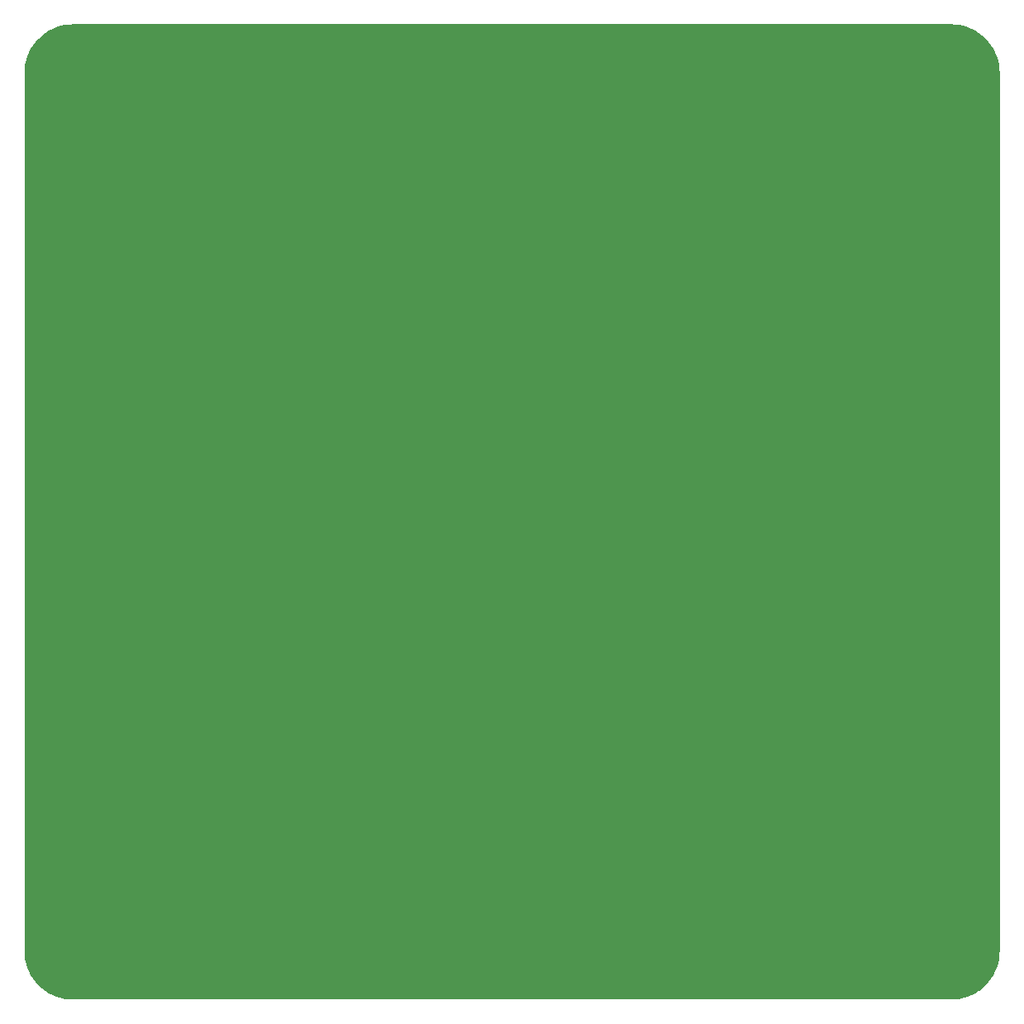
<source format=gts>
G04 #@! TF.GenerationSoftware,KiCad,Pcbnew,7.0.1*
G04 #@! TF.CreationDate,2023-04-19T15:48:30-07:00*
G04 #@! TF.ProjectId,Stage flood sensor,53746167-6520-4666-9c6f-6f642073656e,rev?*
G04 #@! TF.SameCoordinates,Original*
G04 #@! TF.FileFunction,Soldermask,Top*
G04 #@! TF.FilePolarity,Negative*
%FSLAX46Y46*%
G04 Gerber Fmt 4.6, Leading zero omitted, Abs format (unit mm)*
G04 Created by KiCad (PCBNEW 7.0.1) date 2023-04-19 15:48:30*
%MOMM*%
%LPD*%
G01*
G04 APERTURE LIST*
G04 APERTURE END LIST*
G36*
X145002703Y-50000118D02*
G01*
X145430372Y-50018790D01*
X145441148Y-50019733D01*
X145862866Y-50075253D01*
X145873520Y-50077131D01*
X146288814Y-50169200D01*
X146299262Y-50172000D01*
X146704936Y-50299908D01*
X146715102Y-50303608D01*
X147108092Y-50466390D01*
X147117896Y-50470962D01*
X147495201Y-50667374D01*
X147504569Y-50672783D01*
X147863311Y-50901328D01*
X147872172Y-50907532D01*
X148209645Y-51166484D01*
X148217932Y-51173438D01*
X148531542Y-51460808D01*
X148539191Y-51468457D01*
X148826561Y-51782067D01*
X148833515Y-51790354D01*
X149092467Y-52127827D01*
X149098671Y-52136688D01*
X149327216Y-52495430D01*
X149332625Y-52504798D01*
X149529037Y-52882103D01*
X149533609Y-52891907D01*
X149696391Y-53284897D01*
X149700091Y-53295063D01*
X149827999Y-53700737D01*
X149830799Y-53711185D01*
X149922868Y-54126479D01*
X149924746Y-54137133D01*
X149980266Y-54558851D01*
X149981209Y-54569627D01*
X149999882Y-54997297D01*
X150000000Y-55002706D01*
X150000000Y-144997294D01*
X149999882Y-145002703D01*
X149981209Y-145430372D01*
X149980266Y-145441148D01*
X149924746Y-145862866D01*
X149922868Y-145873520D01*
X149830799Y-146288814D01*
X149827999Y-146299262D01*
X149700091Y-146704936D01*
X149696391Y-146715102D01*
X149533609Y-147108092D01*
X149529037Y-147117896D01*
X149332625Y-147495201D01*
X149327216Y-147504569D01*
X149098671Y-147863311D01*
X149092467Y-147872172D01*
X148833515Y-148209645D01*
X148826561Y-148217932D01*
X148539191Y-148531542D01*
X148531542Y-148539191D01*
X148217932Y-148826561D01*
X148209645Y-148833515D01*
X147872172Y-149092467D01*
X147863311Y-149098671D01*
X147504569Y-149327216D01*
X147495201Y-149332625D01*
X147117896Y-149529037D01*
X147108092Y-149533609D01*
X146715102Y-149696391D01*
X146704936Y-149700091D01*
X146299262Y-149827999D01*
X146288814Y-149830799D01*
X145873520Y-149922868D01*
X145862866Y-149924746D01*
X145441148Y-149980266D01*
X145430372Y-149981209D01*
X145002703Y-149999882D01*
X144997294Y-150000000D01*
X55002706Y-150000000D01*
X54997297Y-149999882D01*
X54569627Y-149981209D01*
X54558851Y-149980266D01*
X54137133Y-149924746D01*
X54126479Y-149922868D01*
X53711185Y-149830799D01*
X53700737Y-149827999D01*
X53295063Y-149700091D01*
X53284897Y-149696391D01*
X52891907Y-149533609D01*
X52882103Y-149529037D01*
X52504798Y-149332625D01*
X52495430Y-149327216D01*
X52136688Y-149098671D01*
X52127827Y-149092467D01*
X51790354Y-148833515D01*
X51782067Y-148826561D01*
X51468457Y-148539191D01*
X51460808Y-148531542D01*
X51173438Y-148217932D01*
X51166484Y-148209645D01*
X50907532Y-147872172D01*
X50901328Y-147863311D01*
X50672783Y-147504569D01*
X50667374Y-147495201D01*
X50470962Y-147117896D01*
X50466390Y-147108092D01*
X50303608Y-146715102D01*
X50299908Y-146704936D01*
X50172000Y-146299262D01*
X50169200Y-146288814D01*
X50077131Y-145873520D01*
X50075253Y-145862866D01*
X50019733Y-145441148D01*
X50018790Y-145430372D01*
X50000118Y-145002703D01*
X50000000Y-144997294D01*
X50000000Y-55002706D01*
X50000118Y-54997297D01*
X50018790Y-54569627D01*
X50019733Y-54558851D01*
X50075253Y-54137133D01*
X50077131Y-54126479D01*
X50169200Y-53711185D01*
X50172000Y-53700737D01*
X50299908Y-53295063D01*
X50303608Y-53284897D01*
X50466390Y-52891907D01*
X50470962Y-52882103D01*
X50667374Y-52504798D01*
X50672783Y-52495430D01*
X50901328Y-52136688D01*
X50907532Y-52127827D01*
X51166484Y-51790354D01*
X51173438Y-51782067D01*
X51460808Y-51468457D01*
X51468457Y-51460808D01*
X51782067Y-51173438D01*
X51790354Y-51166484D01*
X52127827Y-50907532D01*
X52136688Y-50901328D01*
X52495430Y-50672783D01*
X52504798Y-50667374D01*
X52882103Y-50470962D01*
X52891907Y-50466390D01*
X53284897Y-50303608D01*
X53295063Y-50299908D01*
X53700737Y-50172000D01*
X53711185Y-50169200D01*
X54126479Y-50077131D01*
X54137133Y-50075253D01*
X54558851Y-50019733D01*
X54569627Y-50018790D01*
X54997297Y-50000118D01*
X55002706Y-50000000D01*
X144997294Y-50000000D01*
X145002703Y-50000118D01*
G37*
M02*

</source>
